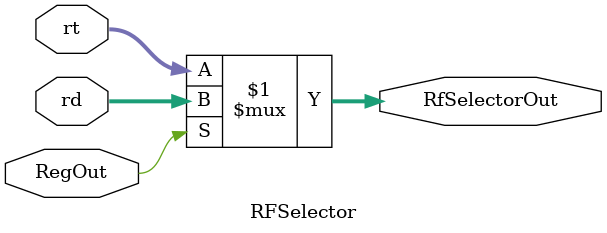
<source format=v>
/*
	RegisterFile selector
*/

module RFSelector(
	input RegOut,
	input [4:0] rt,
	input [4:0] rd,
	output wire [4:0] RfSelectorOut
    );
	 // ÔÚ¼Ä´æÆ÷×éµÄWrite Reg¶Ë¿ÚÉÏ£¬½ÓÊÜÀ´×Ô¿ØÖÆµ¥ÔªµÄÐÅºÅµÄ¿ØÖÆ¡£ÈôRegOutÎª1£¬ÔòÐ´ÈëWrite RegµÄÎªÖ¸Áî´æ´¢Æ÷Êä³öµÄÖ¸ÁîÖÐµÄrd£»·ñÔòÎªrt
	 assign RfSelectorOut = RegOut ? rd : rt;
endmodule

</source>
